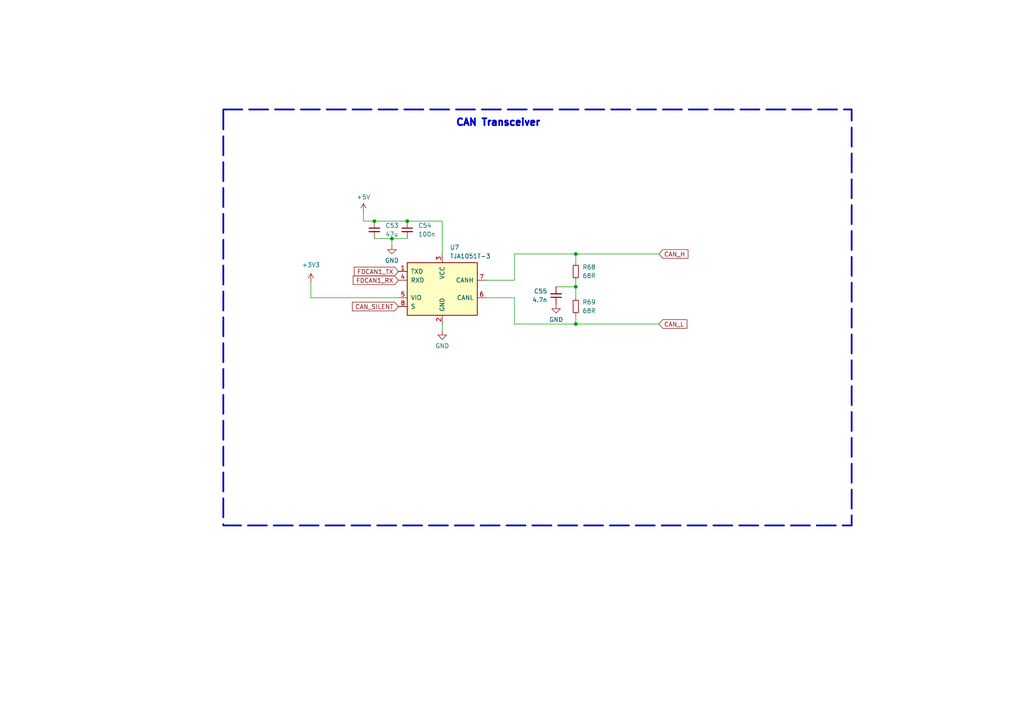
<source format=kicad_sch>
(kicad_sch
	(version 20231120)
	(generator "eeschema")
	(generator_version "8.0")
	(uuid "a5629c62-0536-44bf-bda6-626e5d60db53")
	(paper "A4")
	(title_block
		(title "HIRO Samurai - Control Board")
		(date "2024-06-03")
		(rev "v1")
		(company "electrodonkey")
		(comment 1 "CC-BY-SA 4.0")
	)
	(lib_symbols
		(symbol "Device:C_Small"
			(pin_numbers hide)
			(pin_names
				(offset 0.254) hide)
			(exclude_from_sim no)
			(in_bom yes)
			(on_board yes)
			(property "Reference" "C"
				(at 0.254 1.778 0)
				(effects
					(font
						(size 1.27 1.27)
					)
					(justify left)
				)
			)
			(property "Value" "C_Small"
				(at 0.254 -2.032 0)
				(effects
					(font
						(size 1.27 1.27)
					)
					(justify left)
				)
			)
			(property "Footprint" ""
				(at 0 0 0)
				(effects
					(font
						(size 1.27 1.27)
					)
					(hide yes)
				)
			)
			(property "Datasheet" "~"
				(at 0 0 0)
				(effects
					(font
						(size 1.27 1.27)
					)
					(hide yes)
				)
			)
			(property "Description" "Unpolarized capacitor, small symbol"
				(at 0 0 0)
				(effects
					(font
						(size 1.27 1.27)
					)
					(hide yes)
				)
			)
			(property "ki_keywords" "capacitor cap"
				(at 0 0 0)
				(effects
					(font
						(size 1.27 1.27)
					)
					(hide yes)
				)
			)
			(property "ki_fp_filters" "C_*"
				(at 0 0 0)
				(effects
					(font
						(size 1.27 1.27)
					)
					(hide yes)
				)
			)
			(symbol "C_Small_0_1"
				(polyline
					(pts
						(xy -1.524 -0.508) (xy 1.524 -0.508)
					)
					(stroke
						(width 0.3302)
						(type default)
					)
					(fill
						(type none)
					)
				)
				(polyline
					(pts
						(xy -1.524 0.508) (xy 1.524 0.508)
					)
					(stroke
						(width 0.3048)
						(type default)
					)
					(fill
						(type none)
					)
				)
			)
			(symbol "C_Small_1_1"
				(pin passive line
					(at 0 2.54 270)
					(length 2.032)
					(name "~"
						(effects
							(font
								(size 1.27 1.27)
							)
						)
					)
					(number "1"
						(effects
							(font
								(size 1.27 1.27)
							)
						)
					)
				)
				(pin passive line
					(at 0 -2.54 90)
					(length 2.032)
					(name "~"
						(effects
							(font
								(size 1.27 1.27)
							)
						)
					)
					(number "2"
						(effects
							(font
								(size 1.27 1.27)
							)
						)
					)
				)
			)
		)
		(symbol "Device:R_Small"
			(pin_numbers hide)
			(pin_names
				(offset 0.254) hide)
			(exclude_from_sim no)
			(in_bom yes)
			(on_board yes)
			(property "Reference" "R"
				(at 0.762 0.508 0)
				(effects
					(font
						(size 1.27 1.27)
					)
					(justify left)
				)
			)
			(property "Value" "R_Small"
				(at 0.762 -1.016 0)
				(effects
					(font
						(size 1.27 1.27)
					)
					(justify left)
				)
			)
			(property "Footprint" ""
				(at 0 0 0)
				(effects
					(font
						(size 1.27 1.27)
					)
					(hide yes)
				)
			)
			(property "Datasheet" "~"
				(at 0 0 0)
				(effects
					(font
						(size 1.27 1.27)
					)
					(hide yes)
				)
			)
			(property "Description" "Resistor, small symbol"
				(at 0 0 0)
				(effects
					(font
						(size 1.27 1.27)
					)
					(hide yes)
				)
			)
			(property "ki_keywords" "R resistor"
				(at 0 0 0)
				(effects
					(font
						(size 1.27 1.27)
					)
					(hide yes)
				)
			)
			(property "ki_fp_filters" "R_*"
				(at 0 0 0)
				(effects
					(font
						(size 1.27 1.27)
					)
					(hide yes)
				)
			)
			(symbol "R_Small_0_1"
				(rectangle
					(start -0.762 1.778)
					(end 0.762 -1.778)
					(stroke
						(width 0.2032)
						(type default)
					)
					(fill
						(type none)
					)
				)
			)
			(symbol "R_Small_1_1"
				(pin passive line
					(at 0 2.54 270)
					(length 0.762)
					(name "~"
						(effects
							(font
								(size 1.27 1.27)
							)
						)
					)
					(number "1"
						(effects
							(font
								(size 1.27 1.27)
							)
						)
					)
				)
				(pin passive line
					(at 0 -2.54 90)
					(length 0.762)
					(name "~"
						(effects
							(font
								(size 1.27 1.27)
							)
						)
					)
					(number "2"
						(effects
							(font
								(size 1.27 1.27)
							)
						)
					)
				)
			)
		)
		(symbol "Interface_CAN_LIN:TJA1051T-3"
			(pin_names
				(offset 1.016)
			)
			(exclude_from_sim no)
			(in_bom yes)
			(on_board yes)
			(property "Reference" "U"
				(at -10.16 8.89 0)
				(effects
					(font
						(size 1.27 1.27)
					)
					(justify left)
				)
			)
			(property "Value" "TJA1051T-3"
				(at 1.27 8.89 0)
				(effects
					(font
						(size 1.27 1.27)
					)
					(justify left)
				)
			)
			(property "Footprint" "Package_SO:SOIC-8_3.9x4.9mm_P1.27mm"
				(at 0 -12.7 0)
				(effects
					(font
						(size 1.27 1.27)
						(italic yes)
					)
					(hide yes)
				)
			)
			(property "Datasheet" "http://www.nxp.com/docs/en/data-sheet/TJA1051.pdf"
				(at 0 0 0)
				(effects
					(font
						(size 1.27 1.27)
					)
					(hide yes)
				)
			)
			(property "Description" "High-Speed CAN Transceiver, separate VIO, silent mode, SOIC-8"
				(at 0 0 0)
				(effects
					(font
						(size 1.27 1.27)
					)
					(hide yes)
				)
			)
			(property "ki_keywords" "High-Speed CAN Transceiver"
				(at 0 0 0)
				(effects
					(font
						(size 1.27 1.27)
					)
					(hide yes)
				)
			)
			(property "ki_fp_filters" "SOIC*3.9x4.9mm*P1.27mm*"
				(at 0 0 0)
				(effects
					(font
						(size 1.27 1.27)
					)
					(hide yes)
				)
			)
			(symbol "TJA1051T-3_0_1"
				(rectangle
					(start -10.16 7.62)
					(end 10.16 -7.62)
					(stroke
						(width 0.254)
						(type default)
					)
					(fill
						(type background)
					)
				)
			)
			(symbol "TJA1051T-3_1_1"
				(pin input line
					(at -12.7 5.08 0)
					(length 2.54)
					(name "TXD"
						(effects
							(font
								(size 1.27 1.27)
							)
						)
					)
					(number "1"
						(effects
							(font
								(size 1.27 1.27)
							)
						)
					)
				)
				(pin power_in line
					(at 0 -10.16 90)
					(length 2.54)
					(name "GND"
						(effects
							(font
								(size 1.27 1.27)
							)
						)
					)
					(number "2"
						(effects
							(font
								(size 1.27 1.27)
							)
						)
					)
				)
				(pin power_in line
					(at 0 10.16 270)
					(length 2.54)
					(name "VCC"
						(effects
							(font
								(size 1.27 1.27)
							)
						)
					)
					(number "3"
						(effects
							(font
								(size 1.27 1.27)
							)
						)
					)
				)
				(pin output line
					(at -12.7 2.54 0)
					(length 2.54)
					(name "RXD"
						(effects
							(font
								(size 1.27 1.27)
							)
						)
					)
					(number "4"
						(effects
							(font
								(size 1.27 1.27)
							)
						)
					)
				)
				(pin power_in line
					(at -12.7 -2.54 0)
					(length 2.54)
					(name "VIO"
						(effects
							(font
								(size 1.27 1.27)
							)
						)
					)
					(number "5"
						(effects
							(font
								(size 1.27 1.27)
							)
						)
					)
				)
				(pin bidirectional line
					(at 12.7 -2.54 180)
					(length 2.54)
					(name "CANL"
						(effects
							(font
								(size 1.27 1.27)
							)
						)
					)
					(number "6"
						(effects
							(font
								(size 1.27 1.27)
							)
						)
					)
				)
				(pin bidirectional line
					(at 12.7 2.54 180)
					(length 2.54)
					(name "CANH"
						(effects
							(font
								(size 1.27 1.27)
							)
						)
					)
					(number "7"
						(effects
							(font
								(size 1.27 1.27)
							)
						)
					)
				)
				(pin input line
					(at -12.7 -5.08 0)
					(length 2.54)
					(name "S"
						(effects
							(font
								(size 1.27 1.27)
							)
						)
					)
					(number "8"
						(effects
							(font
								(size 1.27 1.27)
							)
						)
					)
				)
			)
		)
		(symbol "power:+3V3"
			(power)
			(pin_names
				(offset 0)
			)
			(exclude_from_sim no)
			(in_bom yes)
			(on_board yes)
			(property "Reference" "#PWR"
				(at 0 -3.81 0)
				(effects
					(font
						(size 1.27 1.27)
					)
					(hide yes)
				)
			)
			(property "Value" "+3V3"
				(at 0 3.556 0)
				(effects
					(font
						(size 1.27 1.27)
					)
				)
			)
			(property "Footprint" ""
				(at 0 0 0)
				(effects
					(font
						(size 1.27 1.27)
					)
					(hide yes)
				)
			)
			(property "Datasheet" ""
				(at 0 0 0)
				(effects
					(font
						(size 1.27 1.27)
					)
					(hide yes)
				)
			)
			(property "Description" "Power symbol creates a global label with name \"+3V3\""
				(at 0 0 0)
				(effects
					(font
						(size 1.27 1.27)
					)
					(hide yes)
				)
			)
			(property "ki_keywords" "global power"
				(at 0 0 0)
				(effects
					(font
						(size 1.27 1.27)
					)
					(hide yes)
				)
			)
			(symbol "+3V3_0_1"
				(polyline
					(pts
						(xy -0.762 1.27) (xy 0 2.54)
					)
					(stroke
						(width 0)
						(type default)
					)
					(fill
						(type none)
					)
				)
				(polyline
					(pts
						(xy 0 0) (xy 0 2.54)
					)
					(stroke
						(width 0)
						(type default)
					)
					(fill
						(type none)
					)
				)
				(polyline
					(pts
						(xy 0 2.54) (xy 0.762 1.27)
					)
					(stroke
						(width 0)
						(type default)
					)
					(fill
						(type none)
					)
				)
			)
			(symbol "+3V3_1_1"
				(pin power_in line
					(at 0 0 90)
					(length 0) hide
					(name "+3V3"
						(effects
							(font
								(size 1.27 1.27)
							)
						)
					)
					(number "1"
						(effects
							(font
								(size 1.27 1.27)
							)
						)
					)
				)
			)
		)
		(symbol "power:+5V"
			(power)
			(pin_names
				(offset 0)
			)
			(exclude_from_sim no)
			(in_bom yes)
			(on_board yes)
			(property "Reference" "#PWR"
				(at 0 -3.81 0)
				(effects
					(font
						(size 1.27 1.27)
					)
					(hide yes)
				)
			)
			(property "Value" "+5V"
				(at 0 3.556 0)
				(effects
					(font
						(size 1.27 1.27)
					)
				)
			)
			(property "Footprint" ""
				(at 0 0 0)
				(effects
					(font
						(size 1.27 1.27)
					)
					(hide yes)
				)
			)
			(property "Datasheet" ""
				(at 0 0 0)
				(effects
					(font
						(size 1.27 1.27)
					)
					(hide yes)
				)
			)
			(property "Description" "Power symbol creates a global label with name \"+5V\""
				(at 0 0 0)
				(effects
					(font
						(size 1.27 1.27)
					)
					(hide yes)
				)
			)
			(property "ki_keywords" "global power"
				(at 0 0 0)
				(effects
					(font
						(size 1.27 1.27)
					)
					(hide yes)
				)
			)
			(symbol "+5V_0_1"
				(polyline
					(pts
						(xy -0.762 1.27) (xy 0 2.54)
					)
					(stroke
						(width 0)
						(type default)
					)
					(fill
						(type none)
					)
				)
				(polyline
					(pts
						(xy 0 0) (xy 0 2.54)
					)
					(stroke
						(width 0)
						(type default)
					)
					(fill
						(type none)
					)
				)
				(polyline
					(pts
						(xy 0 2.54) (xy 0.762 1.27)
					)
					(stroke
						(width 0)
						(type default)
					)
					(fill
						(type none)
					)
				)
			)
			(symbol "+5V_1_1"
				(pin power_in line
					(at 0 0 90)
					(length 0) hide
					(name "+5V"
						(effects
							(font
								(size 1.27 1.27)
							)
						)
					)
					(number "1"
						(effects
							(font
								(size 1.27 1.27)
							)
						)
					)
				)
			)
		)
		(symbol "power:GND"
			(power)
			(pin_names
				(offset 0)
			)
			(exclude_from_sim no)
			(in_bom yes)
			(on_board yes)
			(property "Reference" "#PWR"
				(at 0 -6.35 0)
				(effects
					(font
						(size 1.27 1.27)
					)
					(hide yes)
				)
			)
			(property "Value" "GND"
				(at 0 -3.81 0)
				(effects
					(font
						(size 1.27 1.27)
					)
				)
			)
			(property "Footprint" ""
				(at 0 0 0)
				(effects
					(font
						(size 1.27 1.27)
					)
					(hide yes)
				)
			)
			(property "Datasheet" ""
				(at 0 0 0)
				(effects
					(font
						(size 1.27 1.27)
					)
					(hide yes)
				)
			)
			(property "Description" "Power symbol creates a global label with name \"GND\" , ground"
				(at 0 0 0)
				(effects
					(font
						(size 1.27 1.27)
					)
					(hide yes)
				)
			)
			(property "ki_keywords" "global power"
				(at 0 0 0)
				(effects
					(font
						(size 1.27 1.27)
					)
					(hide yes)
				)
			)
			(symbol "GND_0_1"
				(polyline
					(pts
						(xy 0 0) (xy 0 -1.27) (xy 1.27 -1.27) (xy 0 -2.54) (xy -1.27 -1.27) (xy 0 -1.27)
					)
					(stroke
						(width 0)
						(type default)
					)
					(fill
						(type none)
					)
				)
			)
			(symbol "GND_1_1"
				(pin power_in line
					(at 0 0 270)
					(length 0) hide
					(name "GND"
						(effects
							(font
								(size 1.27 1.27)
							)
						)
					)
					(number "1"
						(effects
							(font
								(size 1.27 1.27)
							)
						)
					)
				)
			)
		)
	)
	(junction
		(at 113.665 69.215)
		(diameter 0)
		(color 0 0 0 0)
		(uuid "424c5e51-ad65-4fb3-ae1f-2a7865a25e7c")
	)
	(junction
		(at 167.005 93.98)
		(diameter 0)
		(color 0 0 0 0)
		(uuid "c6a837ab-f2c6-4b4b-a2f8-a722ab624bdf")
	)
	(junction
		(at 108.585 64.135)
		(diameter 0)
		(color 0 0 0 0)
		(uuid "c8f31356-54b0-427f-b8b4-37740b420f7c")
	)
	(junction
		(at 118.11 64.135)
		(diameter 0)
		(color 0 0 0 0)
		(uuid "df457494-c7a2-429f-afbf-7412259863e4")
	)
	(junction
		(at 167.005 83.185)
		(diameter 0)
		(color 0 0 0 0)
		(uuid "e1172364-8671-48fc-aa6f-32ac04d0b9b1")
	)
	(junction
		(at 167.005 73.66)
		(diameter 0)
		(color 0 0 0 0)
		(uuid "f86340ba-08df-45de-8274-262684610fd6")
	)
	(wire
		(pts
			(xy 108.585 69.215) (xy 113.665 69.215)
		)
		(stroke
			(width 0)
			(type default)
		)
		(uuid "03448a9e-1e71-4f7c-b025-41f9d400f8de")
	)
	(wire
		(pts
			(xy 167.005 93.98) (xy 191.135 93.98)
		)
		(stroke
			(width 0)
			(type default)
		)
		(uuid "08b6c900-4750-48b3-858c-e715d276f7fd")
	)
	(wire
		(pts
			(xy 167.005 91.44) (xy 167.005 93.98)
		)
		(stroke
			(width 0)
			(type default)
		)
		(uuid "15dac901-9629-4acd-ac4a-5ee2dc185614")
	)
	(wire
		(pts
			(xy 115.57 86.36) (xy 90.17 86.36)
		)
		(stroke
			(width 0)
			(type default)
		)
		(uuid "1b03fdb3-fb8a-4c1c-a6ae-d41aa1dde50d")
	)
	(wire
		(pts
			(xy 167.005 83.185) (xy 167.005 86.36)
		)
		(stroke
			(width 0)
			(type default)
		)
		(uuid "1ead0659-1942-416f-9f30-6539bb1b134a")
	)
	(wire
		(pts
			(xy 118.11 64.135) (xy 128.27 64.135)
		)
		(stroke
			(width 0)
			(type default)
		)
		(uuid "1fb4418b-7336-4c59-8c81-eb27d1c701f6")
	)
	(wire
		(pts
			(xy 90.17 81.915) (xy 90.17 86.36)
		)
		(stroke
			(width 0)
			(type default)
		)
		(uuid "1fb55139-2bee-4500-8559-7cd6ccbe2a72")
	)
	(wire
		(pts
			(xy 105.41 64.135) (xy 108.585 64.135)
		)
		(stroke
			(width 0)
			(type default)
		)
		(uuid "210d3d47-1dd3-4fc6-badb-e93c6ee498ac")
	)
	(wire
		(pts
			(xy 105.41 61.595) (xy 105.41 64.135)
		)
		(stroke
			(width 0)
			(type default)
		)
		(uuid "2265ff0e-30bf-4d4b-92a0-ce674a1e11c4")
	)
	(wire
		(pts
			(xy 140.97 81.28) (xy 149.225 81.28)
		)
		(stroke
			(width 0)
			(type default)
		)
		(uuid "2a120008-d0ec-423a-8010-1a104d6b3d20")
	)
	(wire
		(pts
			(xy 167.005 73.66) (xy 167.005 76.2)
		)
		(stroke
			(width 0)
			(type default)
		)
		(uuid "34f3c0ee-9ea8-4f08-93d7-cf5cd1ff32f5")
	)
	(wire
		(pts
			(xy 161.29 83.185) (xy 167.005 83.185)
		)
		(stroke
			(width 0)
			(type default)
		)
		(uuid "3bbea38e-1085-44c3-9246-a52f41f8537a")
	)
	(wire
		(pts
			(xy 149.225 73.66) (xy 167.005 73.66)
		)
		(stroke
			(width 0)
			(type default)
		)
		(uuid "516b5765-81cd-4822-a27f-64fa36c2917f")
	)
	(wire
		(pts
			(xy 113.665 69.215) (xy 113.665 71.12)
		)
		(stroke
			(width 0)
			(type default)
		)
		(uuid "52495f52-8f2f-497c-b842-28963b7ce47e")
	)
	(wire
		(pts
			(xy 140.97 86.36) (xy 149.225 86.36)
		)
		(stroke
			(width 0)
			(type default)
		)
		(uuid "6c2c49d1-80e3-4998-8df3-df4bd145accf")
	)
	(wire
		(pts
			(xy 149.225 86.36) (xy 149.225 93.98)
		)
		(stroke
			(width 0)
			(type default)
		)
		(uuid "72950914-7287-49d2-95fb-1d719e933f43")
	)
	(wire
		(pts
			(xy 128.27 93.98) (xy 128.27 95.885)
		)
		(stroke
			(width 0)
			(type default)
		)
		(uuid "8d411597-593a-45cd-8462-3b73d4743d84")
	)
	(wire
		(pts
			(xy 113.665 69.215) (xy 118.11 69.215)
		)
		(stroke
			(width 0)
			(type default)
		)
		(uuid "9e97d707-dade-4c48-93ff-52e5c551e13f")
	)
	(wire
		(pts
			(xy 108.585 64.135) (xy 118.11 64.135)
		)
		(stroke
			(width 0)
			(type default)
		)
		(uuid "ae39ebf4-e249-4820-a295-1fd7e4e2adce")
	)
	(wire
		(pts
			(xy 149.225 81.28) (xy 149.225 73.66)
		)
		(stroke
			(width 0)
			(type default)
		)
		(uuid "bdd50a94-c14a-4d3e-8c5d-288131436b4c")
	)
	(wire
		(pts
			(xy 167.005 73.66) (xy 191.135 73.66)
		)
		(stroke
			(width 0)
			(type default)
		)
		(uuid "cda320b2-1ece-4779-ad76-0d81a7910189")
	)
	(wire
		(pts
			(xy 167.005 81.28) (xy 167.005 83.185)
		)
		(stroke
			(width 0)
			(type default)
		)
		(uuid "e4ca75fb-d55c-42de-8218-bd485d07aaf6")
	)
	(wire
		(pts
			(xy 149.225 93.98) (xy 167.005 93.98)
		)
		(stroke
			(width 0)
			(type default)
		)
		(uuid "eddcba0a-2f01-4de2-802a-09b163fe577d")
	)
	(wire
		(pts
			(xy 128.27 64.135) (xy 128.27 73.66)
		)
		(stroke
			(width 0)
			(type default)
		)
		(uuid "f0af51e9-663b-4cb7-a42c-6603013206c8")
	)
	(rectangle
		(start 64.77 31.75)
		(end 247.015 152.4)
		(stroke
			(width 0.5)
			(type dash)
		)
		(fill
			(type none)
		)
		(uuid 009e95c6-3cc3-4e64-b1b7-258ecbf44ae8)
	)
	(text "CAN Transceiver"
		(exclude_from_sim no)
		(at 132.08 36.83 0)
		(effects
			(font
				(size 2 2)
				(thickness 1)
				(bold yes)
			)
			(justify left bottom)
		)
		(uuid "329a135d-03da-4fb0-8972-09d022c296cb")
	)
	(global_label "FDCAN1_RX"
		(shape input)
		(at 115.57 81.28 180)
		(fields_autoplaced yes)
		(effects
			(font
				(size 1.27 1.27)
			)
			(justify right)
		)
		(uuid "29d131ac-58e1-4431-95db-6c2c16aa07ad")
		(property "Intersheetrefs" "${INTERSHEET_REFS}"
			(at 101.8805 81.28 0)
			(effects
				(font
					(size 1.27 1.27)
				)
				(justify right)
				(hide yes)
			)
		)
	)
	(global_label "CAN_L"
		(shape input)
		(at 191.135 93.98 0)
		(fields_autoplaced yes)
		(effects
			(font
				(size 1.27 1.27)
			)
			(justify left)
		)
		(uuid "2e094c9e-3d86-4a80-ad3d-a9cc07ef93b6")
		(property "Intersheetrefs" "${INTERSHEET_REFS}"
			(at 199.805 93.98 0)
			(effects
				(font
					(size 1.27 1.27)
				)
				(justify left)
				(hide yes)
			)
		)
	)
	(global_label "FDCAN1_TX"
		(shape input)
		(at 115.57 78.74 180)
		(fields_autoplaced yes)
		(effects
			(font
				(size 1.27 1.27)
			)
			(justify right)
		)
		(uuid "590027a7-844c-4712-a10d-53f58fb0da2f")
		(property "Intersheetrefs" "${INTERSHEET_REFS}"
			(at 102.1829 78.74 0)
			(effects
				(font
					(size 1.27 1.27)
				)
				(justify right)
				(hide yes)
			)
		)
	)
	(global_label "CAN_SILENT"
		(shape input)
		(at 115.57 88.9 180)
		(fields_autoplaced yes)
		(effects
			(font
				(size 1.27 1.27)
			)
			(justify right)
		)
		(uuid "67c8c0a9-d2c7-423c-8b26-7ecb8a3233ea")
		(property "Intersheetrefs" "${INTERSHEET_REFS}"
			(at 101.6386 88.9 0)
			(effects
				(font
					(size 1.27 1.27)
				)
				(justify right)
				(hide yes)
			)
		)
	)
	(global_label "CAN_H"
		(shape input)
		(at 191.135 73.66 0)
		(fields_autoplaced yes)
		(effects
			(font
				(size 1.27 1.27)
			)
			(justify left)
		)
		(uuid "b49cc13e-f57b-47df-87da-3b085a80e423")
		(property "Intersheetrefs" "${INTERSHEET_REFS}"
			(at 200.1074 73.66 0)
			(effects
				(font
					(size 1.27 1.27)
				)
				(justify left)
				(hide yes)
			)
		)
	)
	(symbol
		(lib_id "Interface_CAN_LIN:TJA1051T-3")
		(at 128.27 83.82 0)
		(unit 1)
		(exclude_from_sim no)
		(in_bom yes)
		(on_board yes)
		(dnp no)
		(fields_autoplaced yes)
		(uuid "036c7848-c9d1-420e-ac59-544ba21cedde")
		(property "Reference" "U7"
			(at 130.4641 71.755 0)
			(effects
				(font
					(size 1.27 1.27)
				)
				(justify left)
			)
		)
		(property "Value" "TJA1051T-3"
			(at 130.4641 74.295 0)
			(effects
				(font
					(size 1.27 1.27)
				)
				(justify left)
			)
		)
		(property "Footprint" "Package_SO:SOIC-8_3.9x4.9mm_P1.27mm"
			(at 128.27 96.52 0)
			(effects
				(font
					(size 1.27 1.27)
					(italic yes)
				)
				(hide yes)
			)
		)
		(property "Datasheet" "http://www.nxp.com/docs/en/data-sheet/TJA1051.pdf"
			(at 128.27 83.82 0)
			(effects
				(font
					(size 1.27 1.27)
				)
				(hide yes)
			)
		)
		(property "Description" ""
			(at 128.27 83.82 0)
			(effects
				(font
					(size 1.27 1.27)
				)
				(hide yes)
			)
		)
		(pin "1"
			(uuid "135f82c7-0fdf-4349-a8ba-989a57b8f897")
		)
		(pin "2"
			(uuid "d5f76022-57c7-4dfc-979f-dc45429d94c3")
		)
		(pin "3"
			(uuid "15612d8a-ffec-4cec-ad92-b7907f760069")
		)
		(pin "4"
			(uuid "9fe311e1-ef7b-45cf-ac60-46727b742450")
		)
		(pin "5"
			(uuid "9629cfdd-01e7-4719-9261-d5bf05aa0935")
		)
		(pin "6"
			(uuid "85db4aa9-f3a2-4f7b-87f4-cb3c4e26a460")
		)
		(pin "7"
			(uuid "8c78c8da-2bb6-4ef8-97cc-d79194c4360d")
		)
		(pin "8"
			(uuid "5b6279fb-f6ca-4bb8-9db5-f4760abe5a3c")
		)
		(instances
			(project "hiro_samurai"
				(path "/26cdcb9f-3a2a-4bf6-a9eb-7e91faf701f6/9a8e82ad-9acd-4214-a92f-8be50e581bcf"
					(reference "U7")
					(unit 1)
				)
			)
		)
	)
	(symbol
		(lib_id "power:GND")
		(at 161.29 88.265 0)
		(unit 1)
		(exclude_from_sim no)
		(in_bom yes)
		(on_board yes)
		(dnp no)
		(fields_autoplaced yes)
		(uuid "10092e11-263f-48cb-8ad4-e4ca9ddbfa38")
		(property "Reference" "#PWR0106"
			(at 161.29 94.615 0)
			(effects
				(font
					(size 1.27 1.27)
				)
				(hide yes)
			)
		)
		(property "Value" "GND"
			(at 161.29 92.71 0)
			(effects
				(font
					(size 1.27 1.27)
				)
			)
		)
		(property "Footprint" ""
			(at 161.29 88.265 0)
			(effects
				(font
					(size 1.27 1.27)
				)
				(hide yes)
			)
		)
		(property "Datasheet" ""
			(at 161.29 88.265 0)
			(effects
				(font
					(size 1.27 1.27)
				)
				(hide yes)
			)
		)
		(property "Description" ""
			(at 161.29 88.265 0)
			(effects
				(font
					(size 1.27 1.27)
				)
				(hide yes)
			)
		)
		(pin "1"
			(uuid "d092f252-145a-4093-b465-1816011997f9")
		)
		(instances
			(project "hiro_samurai"
				(path "/26cdcb9f-3a2a-4bf6-a9eb-7e91faf701f6/9a8e82ad-9acd-4214-a92f-8be50e581bcf"
					(reference "#PWR0106")
					(unit 1)
				)
			)
		)
	)
	(symbol
		(lib_id "Device:R_Small")
		(at 167.005 78.74 0)
		(unit 1)
		(exclude_from_sim no)
		(in_bom yes)
		(on_board yes)
		(dnp no)
		(fields_autoplaced yes)
		(uuid "29ef58ec-423f-4fa1-8437-bb3a7955ca30")
		(property "Reference" "R68"
			(at 168.91 77.47 0)
			(effects
				(font
					(size 1.27 1.27)
				)
				(justify left)
			)
		)
		(property "Value" "68R"
			(at 168.91 80.01 0)
			(effects
				(font
					(size 1.27 1.27)
				)
				(justify left)
			)
		)
		(property "Footprint" "Capacitor_SMD:C_0603_1608Metric_Pad1.08x0.95mm_HandSolder"
			(at 167.005 78.74 0)
			(effects
				(font
					(size 1.27 1.27)
				)
				(hide yes)
			)
		)
		(property "Datasheet" "~"
			(at 167.005 78.74 0)
			(effects
				(font
					(size 1.27 1.27)
				)
				(hide yes)
			)
		)
		(property "Description" ""
			(at 167.005 78.74 0)
			(effects
				(font
					(size 1.27 1.27)
				)
				(hide yes)
			)
		)
		(pin "1"
			(uuid "d9701302-9e19-4b9e-83df-1802b0b8b428")
		)
		(pin "2"
			(uuid "f34dca41-8c0d-4450-b72a-a057ef0a41fe")
		)
		(instances
			(project "hiro_samurai"
				(path "/26cdcb9f-3a2a-4bf6-a9eb-7e91faf701f6/9a8e82ad-9acd-4214-a92f-8be50e581bcf"
					(reference "R68")
					(unit 1)
				)
			)
		)
	)
	(symbol
		(lib_id "Device:C_Small")
		(at 108.585 66.675 0)
		(unit 1)
		(exclude_from_sim no)
		(in_bom yes)
		(on_board yes)
		(dnp no)
		(fields_autoplaced yes)
		(uuid "3a62bce9-f9f8-450a-bda4-012bb6c0531f")
		(property "Reference" "C53"
			(at 111.76 65.4113 0)
			(effects
				(font
					(size 1.27 1.27)
				)
				(justify left)
			)
		)
		(property "Value" "47u"
			(at 111.76 67.9513 0)
			(effects
				(font
					(size 1.27 1.27)
				)
				(justify left)
			)
		)
		(property "Footprint" "Capacitor_SMD:C_0603_1608Metric_Pad1.08x0.95mm_HandSolder"
			(at 108.585 66.675 0)
			(effects
				(font
					(size 1.27 1.27)
				)
				(hide yes)
			)
		)
		(property "Datasheet" "~"
			(at 108.585 66.675 0)
			(effects
				(font
					(size 1.27 1.27)
				)
				(hide yes)
			)
		)
		(property "Description" ""
			(at 108.585 66.675 0)
			(effects
				(font
					(size 1.27 1.27)
				)
				(hide yes)
			)
		)
		(pin "1"
			(uuid "a47ed8ca-939c-4c85-b931-e38186a4468a")
		)
		(pin "2"
			(uuid "f4e4ca48-cf65-4184-a022-3c8a19622722")
		)
		(instances
			(project "hiro_samurai"
				(path "/26cdcb9f-3a2a-4bf6-a9eb-7e91faf701f6/9a8e82ad-9acd-4214-a92f-8be50e581bcf"
					(reference "C53")
					(unit 1)
				)
			)
		)
	)
	(symbol
		(lib_id "power:+5V")
		(at 105.41 61.595 0)
		(unit 1)
		(exclude_from_sim no)
		(in_bom yes)
		(on_board yes)
		(dnp no)
		(fields_autoplaced yes)
		(uuid "76b491ba-d354-457e-8191-99a3fc3d2264")
		(property "Reference" "#PWR0103"
			(at 105.41 65.405 0)
			(effects
				(font
					(size 1.27 1.27)
				)
				(hide yes)
			)
		)
		(property "Value" "+5V"
			(at 105.41 57.15 0)
			(effects
				(font
					(size 1.27 1.27)
				)
			)
		)
		(property "Footprint" ""
			(at 105.41 61.595 0)
			(effects
				(font
					(size 1.27 1.27)
				)
				(hide yes)
			)
		)
		(property "Datasheet" ""
			(at 105.41 61.595 0)
			(effects
				(font
					(size 1.27 1.27)
				)
				(hide yes)
			)
		)
		(property "Description" ""
			(at 105.41 61.595 0)
			(effects
				(font
					(size 1.27 1.27)
				)
				(hide yes)
			)
		)
		(pin "1"
			(uuid "6edffe06-3954-4e47-bb37-b15e3ab71de6")
		)
		(instances
			(project "hiro_samurai"
				(path "/26cdcb9f-3a2a-4bf6-a9eb-7e91faf701f6/9a8e82ad-9acd-4214-a92f-8be50e581bcf"
					(reference "#PWR0103")
					(unit 1)
				)
			)
		)
	)
	(symbol
		(lib_id "Device:R_Small")
		(at 167.005 88.9 0)
		(unit 1)
		(exclude_from_sim no)
		(in_bom yes)
		(on_board yes)
		(dnp no)
		(fields_autoplaced yes)
		(uuid "772e449e-d236-46d4-bbf9-605573655dbe")
		(property "Reference" "R69"
			(at 168.91 87.63 0)
			(effects
				(font
					(size 1.27 1.27)
				)
				(justify left)
			)
		)
		(property "Value" "68R"
			(at 168.91 90.17 0)
			(effects
				(font
					(size 1.27 1.27)
				)
				(justify left)
			)
		)
		(property "Footprint" "Capacitor_SMD:C_0603_1608Metric_Pad1.08x0.95mm_HandSolder"
			(at 167.005 88.9 0)
			(effects
				(font
					(size 1.27 1.27)
				)
				(hide yes)
			)
		)
		(property "Datasheet" "~"
			(at 167.005 88.9 0)
			(effects
				(font
					(size 1.27 1.27)
				)
				(hide yes)
			)
		)
		(property "Description" ""
			(at 167.005 88.9 0)
			(effects
				(font
					(size 1.27 1.27)
				)
				(hide yes)
			)
		)
		(pin "1"
			(uuid "c5162664-cb5f-4101-968d-04f7ba26b270")
		)
		(pin "2"
			(uuid "3f5a3fc9-bf64-44b1-a667-d2dfbd29866c")
		)
		(instances
			(project "hiro_samurai"
				(path "/26cdcb9f-3a2a-4bf6-a9eb-7e91faf701f6/9a8e82ad-9acd-4214-a92f-8be50e581bcf"
					(reference "R69")
					(unit 1)
				)
			)
		)
	)
	(symbol
		(lib_id "Device:C_Small")
		(at 161.29 85.725 0)
		(mirror x)
		(unit 1)
		(exclude_from_sim no)
		(in_bom yes)
		(on_board yes)
		(dnp no)
		(uuid "9c2cfd92-252e-40e6-808f-f8158e94d83e")
		(property "Reference" "C55"
			(at 158.75 84.4486 0)
			(effects
				(font
					(size 1.27 1.27)
				)
				(justify right)
			)
		)
		(property "Value" "4.7n"
			(at 158.75 86.9886 0)
			(effects
				(font
					(size 1.27 1.27)
				)
				(justify right)
			)
		)
		(property "Footprint" "Capacitor_SMD:C_0402_1005Metric_Pad0.74x0.62mm_HandSolder"
			(at 161.29 85.725 0)
			(effects
				(font
					(size 1.27 1.27)
				)
				(hide yes)
			)
		)
		(property "Datasheet" "~"
			(at 161.29 85.725 0)
			(effects
				(font
					(size 1.27 1.27)
				)
				(hide yes)
			)
		)
		(property "Description" ""
			(at 161.29 85.725 0)
			(effects
				(font
					(size 1.27 1.27)
				)
				(hide yes)
			)
		)
		(pin "1"
			(uuid "3e2bb99b-fd6b-4b68-8e73-632dc6b090c5")
		)
		(pin "2"
			(uuid "b9960006-a861-4cc3-b564-0ad85a2ca900")
		)
		(instances
			(project "hiro_samurai"
				(path "/26cdcb9f-3a2a-4bf6-a9eb-7e91faf701f6/9a8e82ad-9acd-4214-a92f-8be50e581bcf"
					(reference "C55")
					(unit 1)
				)
			)
		)
	)
	(symbol
		(lib_id "Device:C_Small")
		(at 118.11 66.675 0)
		(unit 1)
		(exclude_from_sim no)
		(in_bom yes)
		(on_board yes)
		(dnp no)
		(fields_autoplaced yes)
		(uuid "9eb61a7a-f637-4168-8e4b-f4cdfd21170b")
		(property "Reference" "C54"
			(at 121.285 65.4113 0)
			(effects
				(font
					(size 1.27 1.27)
				)
				(justify left)
			)
		)
		(property "Value" "100n"
			(at 121.285 67.9513 0)
			(effects
				(font
					(size 1.27 1.27)
				)
				(justify left)
			)
		)
		(property "Footprint" "Capacitor_SMD:C_0402_1005Metric_Pad0.74x0.62mm_HandSolder"
			(at 118.11 66.675 0)
			(effects
				(font
					(size 1.27 1.27)
				)
				(hide yes)
			)
		)
		(property "Datasheet" "~"
			(at 118.11 66.675 0)
			(effects
				(font
					(size 1.27 1.27)
				)
				(hide yes)
			)
		)
		(property "Description" ""
			(at 118.11 66.675 0)
			(effects
				(font
					(size 1.27 1.27)
				)
				(hide yes)
			)
		)
		(pin "1"
			(uuid "6b95df36-444c-4277-bc08-d9cf49dc6af5")
		)
		(pin "2"
			(uuid "358909ee-692d-440b-afef-e7fc11bad03d")
		)
		(instances
			(project "hiro_samurai"
				(path "/26cdcb9f-3a2a-4bf6-a9eb-7e91faf701f6/9a8e82ad-9acd-4214-a92f-8be50e581bcf"
					(reference "C54")
					(unit 1)
				)
			)
		)
	)
	(symbol
		(lib_id "power:GND")
		(at 128.27 95.885 0)
		(unit 1)
		(exclude_from_sim no)
		(in_bom yes)
		(on_board yes)
		(dnp no)
		(fields_autoplaced yes)
		(uuid "ca64c68b-9ecf-4b56-aa07-f06447c1ba0d")
		(property "Reference" "#PWR0105"
			(at 128.27 102.235 0)
			(effects
				(font
					(size 1.27 1.27)
				)
				(hide yes)
			)
		)
		(property "Value" "GND"
			(at 128.27 100.33 0)
			(effects
				(font
					(size 1.27 1.27)
				)
			)
		)
		(property "Footprint" ""
			(at 128.27 95.885 0)
			(effects
				(font
					(size 1.27 1.27)
				)
				(hide yes)
			)
		)
		(property "Datasheet" ""
			(at 128.27 95.885 0)
			(effects
				(font
					(size 1.27 1.27)
				)
				(hide yes)
			)
		)
		(property "Description" ""
			(at 128.27 95.885 0)
			(effects
				(font
					(size 1.27 1.27)
				)
				(hide yes)
			)
		)
		(pin "1"
			(uuid "31c442d6-6f67-4b16-8783-c00539e4f95b")
		)
		(instances
			(project "hiro_samurai"
				(path "/26cdcb9f-3a2a-4bf6-a9eb-7e91faf701f6/9a8e82ad-9acd-4214-a92f-8be50e581bcf"
					(reference "#PWR0105")
					(unit 1)
				)
			)
		)
	)
	(symbol
		(lib_id "power:GND")
		(at 113.665 71.12 0)
		(unit 1)
		(exclude_from_sim no)
		(in_bom yes)
		(on_board yes)
		(dnp no)
		(fields_autoplaced yes)
		(uuid "d9ae7f14-ac2f-4029-a26b-bc1ababab86e")
		(property "Reference" "#PWR0104"
			(at 113.665 77.47 0)
			(effects
				(font
					(size 1.27 1.27)
				)
				(hide yes)
			)
		)
		(property "Value" "GND"
			(at 113.665 75.565 0)
			(effects
				(font
					(size 1.27 1.27)
				)
			)
		)
		(property "Footprint" ""
			(at 113.665 71.12 0)
			(effects
				(font
					(size 1.27 1.27)
				)
				(hide yes)
			)
		)
		(property "Datasheet" ""
			(at 113.665 71.12 0)
			(effects
				(font
					(size 1.27 1.27)
				)
				(hide yes)
			)
		)
		(property "Description" ""
			(at 113.665 71.12 0)
			(effects
				(font
					(size 1.27 1.27)
				)
				(hide yes)
			)
		)
		(pin "1"
			(uuid "479c48e0-c4b8-4dde-90b0-ebb5bbb983de")
		)
		(instances
			(project "hiro_samurai"
				(path "/26cdcb9f-3a2a-4bf6-a9eb-7e91faf701f6/9a8e82ad-9acd-4214-a92f-8be50e581bcf"
					(reference "#PWR0104")
					(unit 1)
				)
			)
		)
	)
	(symbol
		(lib_id "power:+3V3")
		(at 90.17 81.915 0)
		(unit 1)
		(exclude_from_sim no)
		(in_bom yes)
		(on_board yes)
		(dnp no)
		(fields_autoplaced yes)
		(uuid "f767ed71-4676-41ea-ad61-9e8edb440116")
		(property "Reference" "#PWR0102"
			(at 90.17 85.725 0)
			(effects
				(font
					(size 1.27 1.27)
				)
				(hide yes)
			)
		)
		(property "Value" "+3V3"
			(at 90.17 76.835 0)
			(effects
				(font
					(size 1.27 1.27)
				)
			)
		)
		(property "Footprint" ""
			(at 90.17 81.915 0)
			(effects
				(font
					(size 1.27 1.27)
				)
				(hide yes)
			)
		)
		(property "Datasheet" ""
			(at 90.17 81.915 0)
			(effects
				(font
					(size 1.27 1.27)
				)
				(hide yes)
			)
		)
		(property "Description" ""
			(at 90.17 81.915 0)
			(effects
				(font
					(size 1.27 1.27)
				)
				(hide yes)
			)
		)
		(pin "1"
			(uuid "5f457331-e439-4ae5-9ce4-6c67a7870b43")
		)
		(instances
			(project "hiro_samurai"
				(path "/26cdcb9f-3a2a-4bf6-a9eb-7e91faf701f6/9a8e82ad-9acd-4214-a92f-8be50e581bcf"
					(reference "#PWR0102")
					(unit 1)
				)
			)
		)
	)
)

</source>
